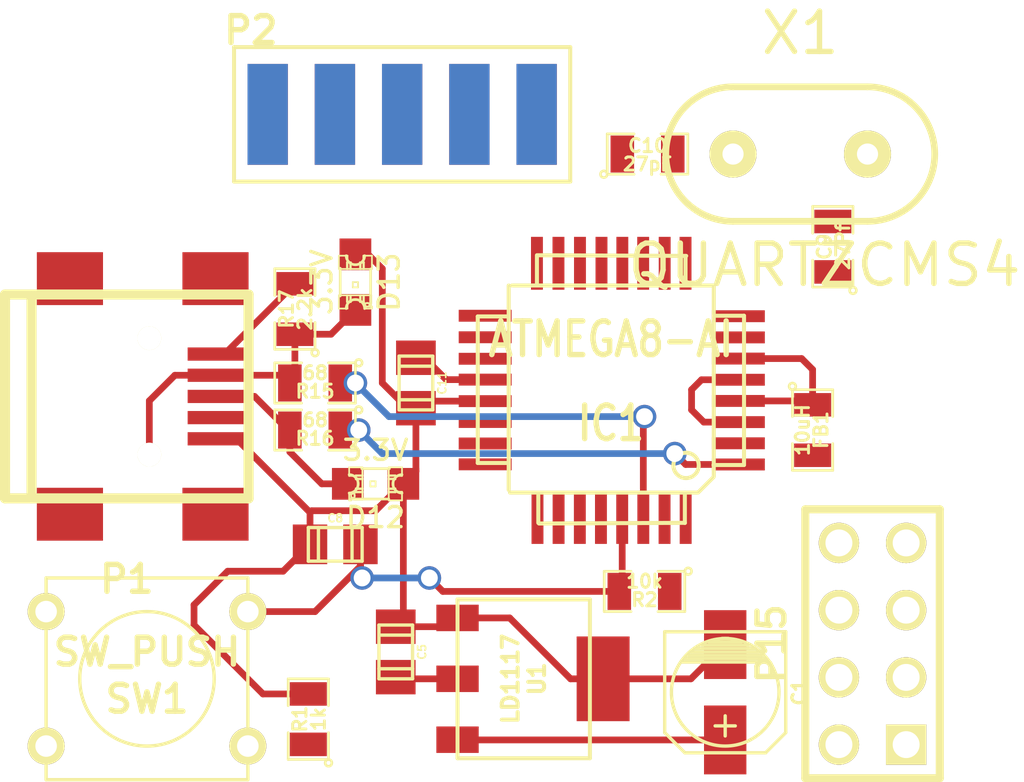
<source format=kicad_pcb>
(kicad_pcb (version 3) (host pcbnew "(2013-mar-13)-testing")

  (general
    (links 57)
    (no_connects 29)
    (area 142.783559 90.3224 184.2516 119.951501)
    (thickness 1.6)
    (drawings 0)
    (tracks 91)
    (zones 0)
    (modules 21)
    (nets 38)
  )

  (page A4)
  (layers
    (15 F.Cu signal)
    (0 B.Cu signal)
    (16 B.Adhes user)
    (17 F.Adhes user)
    (18 B.Paste user)
    (19 F.Paste user)
    (20 B.SilkS user)
    (21 F.SilkS user)
    (22 B.Mask user)
    (23 F.Mask user)
    (24 Dwgs.User user)
    (25 Cmts.User user)
    (26 Eco1.User user)
    (27 Eco2.User user)
    (28 Edge.Cuts user)
  )

  (setup
    (last_trace_width 0.254)
    (trace_clearance 0.254)
    (zone_clearance 0.508)
    (zone_45_only no)
    (trace_min 0.254)
    (segment_width 0.2)
    (edge_width 0.15)
    (via_size 0.889)
    (via_drill 0.635)
    (via_min_size 0.889)
    (via_min_drill 0.508)
    (uvia_size 0.508)
    (uvia_drill 0.127)
    (uvias_allowed no)
    (uvia_min_size 0.508)
    (uvia_min_drill 0.127)
    (pcb_text_width 0.3)
    (pcb_text_size 1 1)
    (mod_edge_width 0.15)
    (mod_text_size 1 1)
    (mod_text_width 0.15)
    (pad_size 1 1)
    (pad_drill 0.6)
    (pad_to_mask_clearance 0)
    (aux_axis_origin 0 0)
    (visible_elements 7FFFFFFF)
    (pcbplotparams
      (layerselection 3178497)
      (usegerberextensions true)
      (excludeedgelayer true)
      (linewidth 0.150000)
      (plotframeref false)
      (viasonmask false)
      (mode 1)
      (useauxorigin false)
      (hpglpennumber 1)
      (hpglpenspeed 20)
      (hpglpendiameter 15)
      (hpglpenoverlay 2)
      (psnegative false)
      (psa4output false)
      (plotreference true)
      (plotvalue true)
      (plotothertext true)
      (plotinvisibletext false)
      (padsonsilk false)
      (subtractmaskfromsilk false)
      (outputformat 1)
      (mirror false)
      (drillshape 1)
      (scaleselection 1)
      (outputdirectory ""))
  )

  (net 0 "")
  (net 1 /3.3V)
  (net 2 /5V)
  (net 3 /ARef)
  (net 4 /AVcc)
  (net 5 /CE)
  (net 6 /CSN)
  (net 7 /Data+)
  (net 8 /Data-)
  (net 9 /IRQ)
  (net 10 /MISO)
  (net 11 /MOSI)
  (net 12 /RES)
  (net 13 /SCK)
  (net 14 GND)
  (net 15 N-0000011)
  (net 16 N-0000012)
  (net 17 N-0000015)
  (net 18 N-0000016)
  (net 19 N-0000017)
  (net 20 N-0000018)
  (net 21 N-0000019)
  (net 22 N-0000020)
  (net 23 N-0000021)
  (net 24 N-0000022)
  (net 25 N-0000023)
  (net 26 N-0000024)
  (net 27 N-0000026)
  (net 28 N-0000027)
  (net 29 N-0000028)
  (net 30 N-0000030)
  (net 31 N-0000031)
  (net 32 N-0000033)
  (net 33 N-0000035)
  (net 34 N-0000036)
  (net 35 N-000008)
  (net 36 VAA)
  (net 37 VCC)

  (net_class Default "To jest domyślna klasa połączeń."
    (clearance 0.254)
    (trace_width 0.254)
    (via_dia 0.889)
    (via_drill 0.635)
    (uvia_dia 0.508)
    (uvia_drill 0.127)
    (add_net "")
    (add_net /3.3V)
    (add_net /5V)
    (add_net /ARef)
    (add_net /AVcc)
    (add_net /CE)
    (add_net /CSN)
    (add_net /Data+)
    (add_net /Data-)
    (add_net /IRQ)
    (add_net /MISO)
    (add_net /MOSI)
    (add_net /RES)
    (add_net /SCK)
    (add_net GND)
    (add_net N-0000011)
    (add_net N-0000012)
    (add_net N-0000015)
    (add_net N-0000016)
    (add_net N-0000017)
    (add_net N-0000018)
    (add_net N-0000019)
    (add_net N-0000020)
    (add_net N-0000021)
    (add_net N-0000022)
    (add_net N-0000023)
    (add_net N-0000024)
    (add_net N-0000026)
    (add_net N-0000027)
    (add_net N-0000028)
    (add_net N-0000030)
    (add_net N-0000031)
    (add_net N-0000033)
    (add_net N-0000035)
    (add_net N-0000036)
    (add_net N-000008)
    (add_net VAA)
    (add_net VCC)
  )

  (module c_elec_4x5.7 (layer F.Cu) (tedit 49F5A3B0) (tstamp 523DE36A)
    (at 170.434 116.332 270)
    (descr "SMT capacitor, aluminium electrolytic, 4x5.7")
    (path /52001D4B)
    (fp_text reference C1 (at 0 -2.794 270) (layer F.SilkS)
      (effects (font (size 0.50038 0.50038) (thickness 0.11938)))
    )
    (fp_text value 0,33uF (at 0 2.794 270) (layer F.SilkS) hide
      (effects (font (size 0.50038 0.50038) (thickness 0.11938)))
    )
    (fp_line (start 1.651 0) (end 0.889 0) (layer F.SilkS) (width 0.127))
    (fp_line (start 1.27 -0.381) (end 1.27 0.381) (layer F.SilkS) (width 0.127))
    (fp_line (start 1.524 2.286) (end -2.286 2.286) (layer F.SilkS) (width 0.127))
    (fp_line (start 2.286 -1.524) (end 2.286 1.524) (layer F.SilkS) (width 0.127))
    (fp_line (start 1.524 2.286) (end 2.286 1.524) (layer F.SilkS) (width 0.127))
    (fp_line (start 1.524 -2.286) (end -2.286 -2.286) (layer F.SilkS) (width 0.127))
    (fp_line (start 1.524 -2.286) (end 2.286 -1.524) (layer F.SilkS) (width 0.127))
    (fp_line (start -2.032 0.127) (end -2.032 -0.127) (layer F.SilkS) (width 0.127))
    (fp_line (start -1.905 -0.635) (end -1.905 0.635) (layer F.SilkS) (width 0.127))
    (fp_line (start -1.778 0.889) (end -1.778 -0.889) (layer F.SilkS) (width 0.127))
    (fp_line (start -1.651 1.143) (end -1.651 -1.143) (layer F.SilkS) (width 0.127))
    (fp_line (start -1.524 -1.27) (end -1.524 1.27) (layer F.SilkS) (width 0.127))
    (fp_line (start -1.397 1.397) (end -1.397 -1.397) (layer F.SilkS) (width 0.127))
    (fp_line (start -1.27 -1.524) (end -1.27 1.524) (layer F.SilkS) (width 0.127))
    (fp_line (start -1.143 -1.651) (end -1.143 1.651) (layer F.SilkS) (width 0.127))
    (fp_circle (center 0 0) (end -2.032 0) (layer F.SilkS) (width 0.127))
    (fp_line (start -2.286 -2.286) (end -2.286 2.286) (layer F.SilkS) (width 0.127))
    (pad 1 smd rect (at 1.80086 0 270) (size 2.60096 1.6002)
      (layers F.Cu F.Paste F.Mask)
      (net 2 /5V)
    )
    (pad 2 smd rect (at -1.80086 0 270) (size 2.60096 1.6002)
      (layers F.Cu F.Paste F.Mask)
      (net 14 GND)
    )
    (model smd/capacitors/c_elec_4x5_7.wrl
      (at (xyz 0 0 0))
      (scale (xyz 1 1 1))
      (rotate (xyz 0 0 0))
    )
  )

  (module c_0805 (layer F.Cu) (tedit 49047394) (tstamp 523DE376)
    (at 157.988 114.808 270)
    (descr "SMT capacitor, 0805")
    (path /52001FC8)
    (fp_text reference C5 (at 0 -0.9906 270) (layer F.SilkS)
      (effects (font (size 0.29972 0.29972) (thickness 0.06096)))
    )
    (fp_text value 0,1uF (at 0 0.9906 270) (layer F.SilkS) hide
      (effects (font (size 0.29972 0.29972) (thickness 0.06096)))
    )
    (fp_line (start 0.635 -0.635) (end 0.635 0.635) (layer F.SilkS) (width 0.127))
    (fp_line (start -0.635 -0.635) (end -0.635 0.6096) (layer F.SilkS) (width 0.127))
    (fp_line (start -1.016 -0.635) (end 1.016 -0.635) (layer F.SilkS) (width 0.127))
    (fp_line (start 1.016 -0.635) (end 1.016 0.635) (layer F.SilkS) (width 0.127))
    (fp_line (start 1.016 0.635) (end -1.016 0.635) (layer F.SilkS) (width 0.127))
    (fp_line (start -1.016 0.635) (end -1.016 -0.635) (layer F.SilkS) (width 0.127))
    (pad 1 smd rect (at 0.9525 0 270) (size 1.30048 1.4986)
      (layers F.Cu F.Paste F.Mask)
      (net 1 /3.3V)
    )
    (pad 2 smd rect (at -0.9525 0 270) (size 1.30048 1.4986)
      (layers F.Cu F.Paste F.Mask)
      (net 14 GND)
    )
    (model smd/capacitors/c_0805.wrl
      (at (xyz 0 0 0))
      (scale (xyz 1 1 1))
      (rotate (xyz 0 0 0))
    )
  )

  (module c_0805 (layer F.Cu) (tedit 49047394) (tstamp 523DE382)
    (at 155.702 110.744)
    (descr "SMT capacitor, 0805")
    (path /52000E53)
    (fp_text reference C8 (at 0 -0.9906) (layer F.SilkS)
      (effects (font (size 0.29972 0.29972) (thickness 0.06096)))
    )
    (fp_text value 100nF (at 0 0.9906) (layer F.SilkS) hide
      (effects (font (size 0.29972 0.29972) (thickness 0.06096)))
    )
    (fp_line (start 0.635 -0.635) (end 0.635 0.635) (layer F.SilkS) (width 0.127))
    (fp_line (start -0.635 -0.635) (end -0.635 0.6096) (layer F.SilkS) (width 0.127))
    (fp_line (start -1.016 -0.635) (end 1.016 -0.635) (layer F.SilkS) (width 0.127))
    (fp_line (start 1.016 -0.635) (end 1.016 0.635) (layer F.SilkS) (width 0.127))
    (fp_line (start 1.016 0.635) (end -1.016 0.635) (layer F.SilkS) (width 0.127))
    (fp_line (start -1.016 0.635) (end -1.016 -0.635) (layer F.SilkS) (width 0.127))
    (pad 1 smd rect (at 0.9525 0) (size 1.30048 1.4986)
      (layers F.Cu F.Paste F.Mask)
      (net 12 /RES)
    )
    (pad 2 smd rect (at -0.9525 0) (size 1.30048 1.4986)
      (layers F.Cu F.Paste F.Mask)
      (net 14 GND)
    )
    (model smd/capacitors/c_0805.wrl
      (at (xyz 0 0 0))
      (scale (xyz 1 1 1))
      (rotate (xyz 0 0 0))
    )
  )

  (module SM0805 (layer F.Cu) (tedit 5091495C) (tstamp 523DE38F)
    (at 174.5 99.5 90)
    (path /52000F74)
    (attr smd)
    (fp_text reference C9 (at 0 -0.3175 90) (layer F.SilkS)
      (effects (font (size 0.50038 0.50038) (thickness 0.10922)))
    )
    (fp_text value 27Pf (at 0 0.381 90) (layer F.SilkS)
      (effects (font (size 0.50038 0.50038) (thickness 0.10922)))
    )
    (fp_circle (center -1.651 0.762) (end -1.651 0.635) (layer F.SilkS) (width 0.09906))
    (fp_line (start -0.508 0.762) (end -1.524 0.762) (layer F.SilkS) (width 0.09906))
    (fp_line (start -1.524 0.762) (end -1.524 -0.762) (layer F.SilkS) (width 0.09906))
    (fp_line (start -1.524 -0.762) (end -0.508 -0.762) (layer F.SilkS) (width 0.09906))
    (fp_line (start 0.508 -0.762) (end 1.524 -0.762) (layer F.SilkS) (width 0.09906))
    (fp_line (start 1.524 -0.762) (end 1.524 0.762) (layer F.SilkS) (width 0.09906))
    (fp_line (start 1.524 0.762) (end 0.508 0.762) (layer F.SilkS) (width 0.09906))
    (pad 1 smd rect (at -0.9525 0 90) (size 0.889 1.397)
      (layers F.Cu F.Paste F.Mask)
      (net 14 GND)
    )
    (pad 2 smd rect (at 0.9525 0 90) (size 0.889 1.397)
      (layers F.Cu F.Paste F.Mask)
      (net 30 N-0000030)
    )
    (model smd/chip_cms.wrl
      (at (xyz 0 0 0))
      (scale (xyz 0.1 0.1 0.1))
      (rotate (xyz 0 0 0))
    )
  )

  (module SM0805 (layer F.Cu) (tedit 5091495C) (tstamp 523DE39C)
    (at 167.5 96)
    (path /52000F83)
    (attr smd)
    (fp_text reference C10 (at 0 -0.3175) (layer F.SilkS)
      (effects (font (size 0.50038 0.50038) (thickness 0.10922)))
    )
    (fp_text value 27pF (at 0 0.381) (layer F.SilkS)
      (effects (font (size 0.50038 0.50038) (thickness 0.10922)))
    )
    (fp_circle (center -1.651 0.762) (end -1.651 0.635) (layer F.SilkS) (width 0.09906))
    (fp_line (start -0.508 0.762) (end -1.524 0.762) (layer F.SilkS) (width 0.09906))
    (fp_line (start -1.524 0.762) (end -1.524 -0.762) (layer F.SilkS) (width 0.09906))
    (fp_line (start -1.524 -0.762) (end -0.508 -0.762) (layer F.SilkS) (width 0.09906))
    (fp_line (start 0.508 -0.762) (end 1.524 -0.762) (layer F.SilkS) (width 0.09906))
    (fp_line (start 1.524 -0.762) (end 1.524 0.762) (layer F.SilkS) (width 0.09906))
    (fp_line (start 1.524 0.762) (end 0.508 0.762) (layer F.SilkS) (width 0.09906))
    (pad 1 smd rect (at -0.9525 0) (size 0.889 1.397)
      (layers F.Cu F.Paste F.Mask)
      (net 14 GND)
    )
    (pad 2 smd rect (at 0.9525 0) (size 0.889 1.397)
      (layers F.Cu F.Paste F.Mask)
      (net 31 N-0000031)
    )
    (model smd/chip_cms.wrl
      (at (xyz 0 0 0))
      (scale (xyz 0.1 0.1 0.1))
      (rotate (xyz 0 0 0))
    )
  )

  (module c_0805 (layer F.Cu) (tedit 49047394) (tstamp 523DE3A8)
    (at 158.75 104.648 270)
    (descr "SMT capacitor, 0805")
    (path /520013BB)
    (fp_text reference C11 (at 0 -0.9906 270) (layer F.SilkS)
      (effects (font (size 0.29972 0.29972) (thickness 0.06096)))
    )
    (fp_text value C (at 0 0.9906 270) (layer F.SilkS) hide
      (effects (font (size 0.29972 0.29972) (thickness 0.06096)))
    )
    (fp_line (start 0.635 -0.635) (end 0.635 0.635) (layer F.SilkS) (width 0.127))
    (fp_line (start -0.635 -0.635) (end -0.635 0.6096) (layer F.SilkS) (width 0.127))
    (fp_line (start -1.016 -0.635) (end 1.016 -0.635) (layer F.SilkS) (width 0.127))
    (fp_line (start 1.016 -0.635) (end 1.016 0.635) (layer F.SilkS) (width 0.127))
    (fp_line (start 1.016 0.635) (end -1.016 0.635) (layer F.SilkS) (width 0.127))
    (fp_line (start -1.016 0.635) (end -1.016 -0.635) (layer F.SilkS) (width 0.127))
    (pad 1 smd rect (at 0.9525 0 270) (size 1.30048 1.4986)
      (layers F.Cu F.Paste F.Mask)
      (net 14 GND)
    )
    (pad 2 smd rect (at -0.9525 0 270) (size 1.30048 1.4986)
      (layers F.Cu F.Paste F.Mask)
      (net 3 /ARef)
    )
    (model smd/capacitors/c_0805.wrl
      (at (xyz 0 0 0))
      (scale (xyz 1 1 1))
      (rotate (xyz 0 0 0))
    )
  )

  (module LED-0805 (layer F.Cu) (tedit 49DC4C0B) (tstamp 523DE3E3)
    (at 157.226 108.458 180)
    (descr "LED 0805 smd package")
    (tags "LED 0805 SMD")
    (path /520959E4)
    (attr smd)
    (fp_text reference D12 (at 0 -1.27 180) (layer F.SilkS)
      (effects (font (size 0.762 0.762) (thickness 0.127)))
    )
    (fp_text value 3.3V (at 0 1.27 180) (layer F.SilkS)
      (effects (font (size 0.762 0.762) (thickness 0.127)))
    )
    (fp_line (start 0.49784 0.29972) (end 0.49784 0.62484) (layer F.SilkS) (width 0.06604))
    (fp_line (start 0.49784 0.62484) (end 0.99822 0.62484) (layer F.SilkS) (width 0.06604))
    (fp_line (start 0.99822 0.29972) (end 0.99822 0.62484) (layer F.SilkS) (width 0.06604))
    (fp_line (start 0.49784 0.29972) (end 0.99822 0.29972) (layer F.SilkS) (width 0.06604))
    (fp_line (start 0.49784 -0.32258) (end 0.49784 -0.17272) (layer F.SilkS) (width 0.06604))
    (fp_line (start 0.49784 -0.17272) (end 0.7493 -0.17272) (layer F.SilkS) (width 0.06604))
    (fp_line (start 0.7493 -0.32258) (end 0.7493 -0.17272) (layer F.SilkS) (width 0.06604))
    (fp_line (start 0.49784 -0.32258) (end 0.7493 -0.32258) (layer F.SilkS) (width 0.06604))
    (fp_line (start 0.49784 0.17272) (end 0.49784 0.32258) (layer F.SilkS) (width 0.06604))
    (fp_line (start 0.49784 0.32258) (end 0.7493 0.32258) (layer F.SilkS) (width 0.06604))
    (fp_line (start 0.7493 0.17272) (end 0.7493 0.32258) (layer F.SilkS) (width 0.06604))
    (fp_line (start 0.49784 0.17272) (end 0.7493 0.17272) (layer F.SilkS) (width 0.06604))
    (fp_line (start 0.49784 -0.19812) (end 0.49784 0.19812) (layer F.SilkS) (width 0.06604))
    (fp_line (start 0.49784 0.19812) (end 0.6731 0.19812) (layer F.SilkS) (width 0.06604))
    (fp_line (start 0.6731 -0.19812) (end 0.6731 0.19812) (layer F.SilkS) (width 0.06604))
    (fp_line (start 0.49784 -0.19812) (end 0.6731 -0.19812) (layer F.SilkS) (width 0.06604))
    (fp_line (start -0.99822 0.29972) (end -0.99822 0.62484) (layer F.SilkS) (width 0.06604))
    (fp_line (start -0.99822 0.62484) (end -0.49784 0.62484) (layer F.SilkS) (width 0.06604))
    (fp_line (start -0.49784 0.29972) (end -0.49784 0.62484) (layer F.SilkS) (width 0.06604))
    (fp_line (start -0.99822 0.29972) (end -0.49784 0.29972) (layer F.SilkS) (width 0.06604))
    (fp_line (start -0.99822 -0.62484) (end -0.99822 -0.29972) (layer F.SilkS) (width 0.06604))
    (fp_line (start -0.99822 -0.29972) (end -0.49784 -0.29972) (layer F.SilkS) (width 0.06604))
    (fp_line (start -0.49784 -0.62484) (end -0.49784 -0.29972) (layer F.SilkS) (width 0.06604))
    (fp_line (start -0.99822 -0.62484) (end -0.49784 -0.62484) (layer F.SilkS) (width 0.06604))
    (fp_line (start -0.7493 0.17272) (end -0.7493 0.32258) (layer F.SilkS) (width 0.06604))
    (fp_line (start -0.7493 0.32258) (end -0.49784 0.32258) (layer F.SilkS) (width 0.06604))
    (fp_line (start -0.49784 0.17272) (end -0.49784 0.32258) (layer F.SilkS) (width 0.06604))
    (fp_line (start -0.7493 0.17272) (end -0.49784 0.17272) (layer F.SilkS) (width 0.06604))
    (fp_line (start -0.7493 -0.32258) (end -0.7493 -0.17272) (layer F.SilkS) (width 0.06604))
    (fp_line (start -0.7493 -0.17272) (end -0.49784 -0.17272) (layer F.SilkS) (width 0.06604))
    (fp_line (start -0.49784 -0.32258) (end -0.49784 -0.17272) (layer F.SilkS) (width 0.06604))
    (fp_line (start -0.7493 -0.32258) (end -0.49784 -0.32258) (layer F.SilkS) (width 0.06604))
    (fp_line (start -0.6731 -0.19812) (end -0.6731 0.19812) (layer F.SilkS) (width 0.06604))
    (fp_line (start -0.6731 0.19812) (end -0.49784 0.19812) (layer F.SilkS) (width 0.06604))
    (fp_line (start -0.49784 -0.19812) (end -0.49784 0.19812) (layer F.SilkS) (width 0.06604))
    (fp_line (start -0.6731 -0.19812) (end -0.49784 -0.19812) (layer F.SilkS) (width 0.06604))
    (fp_line (start 0 -0.09906) (end 0 0.09906) (layer F.SilkS) (width 0.06604))
    (fp_line (start 0 0.09906) (end 0.19812 0.09906) (layer F.SilkS) (width 0.06604))
    (fp_line (start 0.19812 -0.09906) (end 0.19812 0.09906) (layer F.SilkS) (width 0.06604))
    (fp_line (start 0 -0.09906) (end 0.19812 -0.09906) (layer F.SilkS) (width 0.06604))
    (fp_line (start 0.49784 -0.59944) (end 0.49784 -0.29972) (layer F.SilkS) (width 0.06604))
    (fp_line (start 0.49784 -0.29972) (end 0.79756 -0.29972) (layer F.SilkS) (width 0.06604))
    (fp_line (start 0.79756 -0.59944) (end 0.79756 -0.29972) (layer F.SilkS) (width 0.06604))
    (fp_line (start 0.49784 -0.59944) (end 0.79756 -0.59944) (layer F.SilkS) (width 0.06604))
    (fp_line (start 0.92456 -0.62484) (end 0.92456 -0.39878) (layer F.SilkS) (width 0.06604))
    (fp_line (start 0.92456 -0.39878) (end 0.99822 -0.39878) (layer F.SilkS) (width 0.06604))
    (fp_line (start 0.99822 -0.62484) (end 0.99822 -0.39878) (layer F.SilkS) (width 0.06604))
    (fp_line (start 0.92456 -0.62484) (end 0.99822 -0.62484) (layer F.SilkS) (width 0.06604))
    (fp_line (start 0.52324 0.57404) (end -0.52324 0.57404) (layer F.SilkS) (width 0.1016))
    (fp_line (start -0.49784 -0.57404) (end 0.92456 -0.57404) (layer F.SilkS) (width 0.1016))
    (fp_circle (center 0.84836 -0.44958) (end 0.89916 -0.50038) (layer F.SilkS) (width 0.0508))
    (fp_arc (start 0.99822 0) (end 0.99822 0.34798) (angle 180) (layer F.SilkS) (width 0.1016))
    (fp_arc (start -0.99822 0) (end -0.99822 -0.34798) (angle 180) (layer F.SilkS) (width 0.1016))
    (pad 1 smd rect (at -1.04902 0 180) (size 1.19888 1.19888)
      (layers F.Cu F.Paste F.Mask)
      (net 14 GND)
    )
    (pad 2 smd rect (at 1.04902 0 180) (size 1.19888 1.19888)
      (layers F.Cu F.Paste F.Mask)
      (net 33 N-0000035)
    )
  )

  (module LED-0805 (layer F.Cu) (tedit 49DC4C0B) (tstamp 523DE41E)
    (at 156.464 100.838 270)
    (descr "LED 0805 smd package")
    (tags "LED 0805 SMD")
    (path /520959DE)
    (attr smd)
    (fp_text reference D13 (at 0 -1.27 270) (layer F.SilkS)
      (effects (font (size 0.762 0.762) (thickness 0.127)))
    )
    (fp_text value 3.3V (at 0 1.27 270) (layer F.SilkS)
      (effects (font (size 0.762 0.762) (thickness 0.127)))
    )
    (fp_line (start 0.49784 0.29972) (end 0.49784 0.62484) (layer F.SilkS) (width 0.06604))
    (fp_line (start 0.49784 0.62484) (end 0.99822 0.62484) (layer F.SilkS) (width 0.06604))
    (fp_line (start 0.99822 0.29972) (end 0.99822 0.62484) (layer F.SilkS) (width 0.06604))
    (fp_line (start 0.49784 0.29972) (end 0.99822 0.29972) (layer F.SilkS) (width 0.06604))
    (fp_line (start 0.49784 -0.32258) (end 0.49784 -0.17272) (layer F.SilkS) (width 0.06604))
    (fp_line (start 0.49784 -0.17272) (end 0.7493 -0.17272) (layer F.SilkS) (width 0.06604))
    (fp_line (start 0.7493 -0.32258) (end 0.7493 -0.17272) (layer F.SilkS) (width 0.06604))
    (fp_line (start 0.49784 -0.32258) (end 0.7493 -0.32258) (layer F.SilkS) (width 0.06604))
    (fp_line (start 0.49784 0.17272) (end 0.49784 0.32258) (layer F.SilkS) (width 0.06604))
    (fp_line (start 0.49784 0.32258) (end 0.7493 0.32258) (layer F.SilkS) (width 0.06604))
    (fp_line (start 0.7493 0.17272) (end 0.7493 0.32258) (layer F.SilkS) (width 0.06604))
    (fp_line (start 0.49784 0.17272) (end 0.7493 0.17272) (layer F.SilkS) (width 0.06604))
    (fp_line (start 0.49784 -0.19812) (end 0.49784 0.19812) (layer F.SilkS) (width 0.06604))
    (fp_line (start 0.49784 0.19812) (end 0.6731 0.19812) (layer F.SilkS) (width 0.06604))
    (fp_line (start 0.6731 -0.19812) (end 0.6731 0.19812) (layer F.SilkS) (width 0.06604))
    (fp_line (start 0.49784 -0.19812) (end 0.6731 -0.19812) (layer F.SilkS) (width 0.06604))
    (fp_line (start -0.99822 0.29972) (end -0.99822 0.62484) (layer F.SilkS) (width 0.06604))
    (fp_line (start -0.99822 0.62484) (end -0.49784 0.62484) (layer F.SilkS) (width 0.06604))
    (fp_line (start -0.49784 0.29972) (end -0.49784 0.62484) (layer F.SilkS) (width 0.06604))
    (fp_line (start -0.99822 0.29972) (end -0.49784 0.29972) (layer F.SilkS) (width 0.06604))
    (fp_line (start -0.99822 -0.62484) (end -0.99822 -0.29972) (layer F.SilkS) (width 0.06604))
    (fp_line (start -0.99822 -0.29972) (end -0.49784 -0.29972) (layer F.SilkS) (width 0.06604))
    (fp_line (start -0.49784 -0.62484) (end -0.49784 -0.29972) (layer F.SilkS) (width 0.06604))
    (fp_line (start -0.99822 -0.62484) (end -0.49784 -0.62484) (layer F.SilkS) (width 0.06604))
    (fp_line (start -0.7493 0.17272) (end -0.7493 0.32258) (layer F.SilkS) (width 0.06604))
    (fp_line (start -0.7493 0.32258) (end -0.49784 0.32258) (layer F.SilkS) (width 0.06604))
    (fp_line (start -0.49784 0.17272) (end -0.49784 0.32258) (layer F.SilkS) (width 0.06604))
    (fp_line (start -0.7493 0.17272) (end -0.49784 0.17272) (layer F.SilkS) (width 0.06604))
    (fp_line (start -0.7493 -0.32258) (end -0.7493 -0.17272) (layer F.SilkS) (width 0.06604))
    (fp_line (start -0.7493 -0.17272) (end -0.49784 -0.17272) (layer F.SilkS) (width 0.06604))
    (fp_line (start -0.49784 -0.32258) (end -0.49784 -0.17272) (layer F.SilkS) (width 0.06604))
    (fp_line (start -0.7493 -0.32258) (end -0.49784 -0.32258) (layer F.SilkS) (width 0.06604))
    (fp_line (start -0.6731 -0.19812) (end -0.6731 0.19812) (layer F.SilkS) (width 0.06604))
    (fp_line (start -0.6731 0.19812) (end -0.49784 0.19812) (layer F.SilkS) (width 0.06604))
    (fp_line (start -0.49784 -0.19812) (end -0.49784 0.19812) (layer F.SilkS) (width 0.06604))
    (fp_line (start -0.6731 -0.19812) (end -0.49784 -0.19812) (layer F.SilkS) (width 0.06604))
    (fp_line (start 0 -0.09906) (end 0 0.09906) (layer F.SilkS) (width 0.06604))
    (fp_line (start 0 0.09906) (end 0.19812 0.09906) (layer F.SilkS) (width 0.06604))
    (fp_line (start 0.19812 -0.09906) (end 0.19812 0.09906) (layer F.SilkS) (width 0.06604))
    (fp_line (start 0 -0.09906) (end 0.19812 -0.09906) (layer F.SilkS) (width 0.06604))
    (fp_line (start 0.49784 -0.59944) (end 0.49784 -0.29972) (layer F.SilkS) (width 0.06604))
    (fp_line (start 0.49784 -0.29972) (end 0.79756 -0.29972) (layer F.SilkS) (width 0.06604))
    (fp_line (start 0.79756 -0.59944) (end 0.79756 -0.29972) (layer F.SilkS) (width 0.06604))
    (fp_line (start 0.49784 -0.59944) (end 0.79756 -0.59944) (layer F.SilkS) (width 0.06604))
    (fp_line (start 0.92456 -0.62484) (end 0.92456 -0.39878) (layer F.SilkS) (width 0.06604))
    (fp_line (start 0.92456 -0.39878) (end 0.99822 -0.39878) (layer F.SilkS) (width 0.06604))
    (fp_line (start 0.99822 -0.62484) (end 0.99822 -0.39878) (layer F.SilkS) (width 0.06604))
    (fp_line (start 0.92456 -0.62484) (end 0.99822 -0.62484) (layer F.SilkS) (width 0.06604))
    (fp_line (start 0.52324 0.57404) (end -0.52324 0.57404) (layer F.SilkS) (width 0.1016))
    (fp_line (start -0.49784 -0.57404) (end 0.92456 -0.57404) (layer F.SilkS) (width 0.1016))
    (fp_circle (center 0.84836 -0.44958) (end 0.89916 -0.50038) (layer F.SilkS) (width 0.0508))
    (fp_arc (start 0.99822 0) (end 0.99822 0.34798) (angle 180) (layer F.SilkS) (width 0.1016))
    (fp_arc (start -0.99822 0) (end -0.99822 -0.34798) (angle 180) (layer F.SilkS) (width 0.1016))
    (pad 1 smd rect (at -1.04902 0 270) (size 1.19888 1.19888)
      (layers F.Cu F.Paste F.Mask)
      (net 14 GND)
    )
    (pad 2 smd rect (at 1.04902 0 270) (size 1.19888 1.19888)
      (layers F.Cu F.Paste F.Mask)
      (net 34 N-0000036)
    )
  )

  (module SM0805 (layer F.Cu) (tedit 5091495C) (tstamp 523DE42B)
    (at 173.736 106.426 270)
    (path /52001434)
    (attr smd)
    (fp_text reference FB1 (at 0 -0.3175 270) (layer F.SilkS)
      (effects (font (size 0.50038 0.50038) (thickness 0.10922)))
    )
    (fp_text value 10uH (at 0 0.381 270) (layer F.SilkS)
      (effects (font (size 0.50038 0.50038) (thickness 0.10922)))
    )
    (fp_circle (center -1.651 0.762) (end -1.651 0.635) (layer F.SilkS) (width 0.09906))
    (fp_line (start -0.508 0.762) (end -1.524 0.762) (layer F.SilkS) (width 0.09906))
    (fp_line (start -1.524 0.762) (end -1.524 -0.762) (layer F.SilkS) (width 0.09906))
    (fp_line (start -1.524 -0.762) (end -0.508 -0.762) (layer F.SilkS) (width 0.09906))
    (fp_line (start 0.508 -0.762) (end 1.524 -0.762) (layer F.SilkS) (width 0.09906))
    (fp_line (start 1.524 -0.762) (end 1.524 0.762) (layer F.SilkS) (width 0.09906))
    (fp_line (start 1.524 0.762) (end 0.508 0.762) (layer F.SilkS) (width 0.09906))
    (pad 1 smd rect (at -0.9525 0 270) (size 0.889 1.397)
      (layers F.Cu F.Paste F.Mask)
      (net 37 VCC)
    )
    (pad 2 smd rect (at 0.9525 0 270) (size 0.889 1.397)
      (layers F.Cu F.Paste F.Mask)
      (net 4 /AVcc)
    )
    (model smd/chip_cms.wrl
      (at (xyz 0 0 0))
      (scale (xyz 0.1 0.1 0.1))
      (rotate (xyz 0 0 0))
    )
  )

  (module TQFP32 (layer F.Cu) (tedit 43A670DA) (tstamp 523DE461)
    (at 166.116 104.902 180)
    (path /52000E35)
    (fp_text reference IC1 (at 0 -1.27 180) (layer F.SilkS)
      (effects (font (size 1.27 1.016) (thickness 0.2032)))
    )
    (fp_text value ATMEGA8-AI (at 0 1.905 180) (layer F.SilkS)
      (effects (font (size 1.27 1.016) (thickness 0.2032)))
    )
    (fp_line (start 5.0292 2.7686) (end 3.8862 2.7686) (layer F.SilkS) (width 0.1524))
    (fp_line (start 5.0292 -2.7686) (end 3.9116 -2.7686) (layer F.SilkS) (width 0.1524))
    (fp_line (start 5.0292 2.7686) (end 5.0292 -2.7686) (layer F.SilkS) (width 0.1524))
    (fp_line (start 2.794 3.9624) (end 2.794 5.0546) (layer F.SilkS) (width 0.1524))
    (fp_line (start -2.8194 3.9878) (end -2.8194 5.0546) (layer F.SilkS) (width 0.1524))
    (fp_line (start -2.8448 5.0546) (end 2.794 5.08) (layer F.SilkS) (width 0.1524))
    (fp_line (start -2.794 -5.0292) (end 2.7178 -5.0546) (layer F.SilkS) (width 0.1524))
    (fp_line (start -3.8862 -3.2766) (end -3.8862 3.9116) (layer F.SilkS) (width 0.1524))
    (fp_line (start 2.7432 -5.0292) (end 2.7432 -3.9878) (layer F.SilkS) (width 0.1524))
    (fp_line (start -3.2512 -3.8862) (end 3.81 -3.8862) (layer F.SilkS) (width 0.1524))
    (fp_line (start 3.8608 3.937) (end 3.8608 -3.7846) (layer F.SilkS) (width 0.1524))
    (fp_line (start -3.8862 3.937) (end 3.7338 3.937) (layer F.SilkS) (width 0.1524))
    (fp_line (start -5.0292 -2.8448) (end -5.0292 2.794) (layer F.SilkS) (width 0.1524))
    (fp_line (start -5.0292 2.794) (end -3.8862 2.794) (layer F.SilkS) (width 0.1524))
    (fp_line (start -3.87604 -3.302) (end -3.29184 -3.8862) (layer F.SilkS) (width 0.1524))
    (fp_line (start -5.02412 -2.8448) (end -3.87604 -2.8448) (layer F.SilkS) (width 0.1524))
    (fp_line (start -2.794 -3.8862) (end -2.794 -5.03428) (layer F.SilkS) (width 0.1524))
    (fp_circle (center -2.83972 -2.86004) (end -2.43332 -2.60604) (layer F.SilkS) (width 0.1524))
    (pad 8 smd rect (at -4.81584 2.77622 180) (size 1.99898 0.44958)
      (layers F.Cu F.Paste F.Mask)
      (net 31 N-0000031)
    )
    (pad 7 smd rect (at -4.81584 1.97612 180) (size 1.99898 0.44958)
      (layers F.Cu F.Paste F.Mask)
      (net 30 N-0000030)
    )
    (pad 6 smd rect (at -4.81584 1.17602 180) (size 1.99898 0.44958)
      (layers F.Cu F.Paste F.Mask)
      (net 37 VCC)
    )
    (pad 5 smd rect (at -4.81584 0.37592 180) (size 1.99898 0.44958)
      (layers F.Cu F.Paste F.Mask)
      (net 14 GND)
    )
    (pad 4 smd rect (at -4.81584 -0.42418 180) (size 1.99898 0.44958)
      (layers F.Cu F.Paste F.Mask)
      (net 37 VCC)
    )
    (pad 3 smd rect (at -4.81584 -1.22428 180) (size 1.99898 0.44958)
      (layers F.Cu F.Paste F.Mask)
      (net 14 GND)
    )
    (pad 2 smd rect (at -4.81584 -2.02438 180) (size 1.99898 0.44958)
      (layers F.Cu F.Paste F.Mask)
      (net 19 N-0000017)
    )
    (pad 1 smd rect (at -4.81584 -2.82448 180) (size 1.99898 0.44958)
      (layers F.Cu F.Paste F.Mask)
      (net 7 /Data+)
    )
    (pad 24 smd rect (at 4.7498 -2.8194 180) (size 1.99898 0.44958)
      (layers F.Cu F.Paste F.Mask)
      (net 27 N-0000026)
    )
    (pad 17 smd rect (at 4.7498 2.794 180) (size 1.99898 0.44958)
      (layers F.Cu F.Paste F.Mask)
      (net 13 /SCK)
    )
    (pad 18 smd rect (at 4.7498 1.9812 180) (size 1.99898 0.44958)
      (layers F.Cu F.Paste F.Mask)
      (net 4 /AVcc)
    )
    (pad 19 smd rect (at 4.7498 1.1684 180) (size 1.99898 0.44958)
      (layers F.Cu F.Paste F.Mask)
      (net 23 N-0000021)
    )
    (pad 20 smd rect (at 4.7498 0.381 180) (size 1.99898 0.44958)
      (layers F.Cu F.Paste F.Mask)
      (net 3 /ARef)
    )
    (pad 21 smd rect (at 4.7498 -0.4318 180) (size 1.99898 0.44958)
      (layers F.Cu F.Paste F.Mask)
      (net 14 GND)
    )
    (pad 22 smd rect (at 4.7498 -1.2192 180) (size 1.99898 0.44958)
      (layers F.Cu F.Paste F.Mask)
      (net 22 N-0000020)
    )
    (pad 23 smd rect (at 4.7498 -2.032 180) (size 1.99898 0.44958)
      (layers F.Cu F.Paste F.Mask)
      (net 28 N-0000027)
    )
    (pad 32 smd rect (at -2.82448 -4.826 180) (size 0.44958 1.99898)
      (layers F.Cu F.Paste F.Mask)
      (net 9 /IRQ)
    )
    (pad 31 smd rect (at -2.02692 -4.826 180) (size 0.44958 1.99898)
      (layers F.Cu F.Paste F.Mask)
      (net 29 N-0000028)
    )
    (pad 30 smd rect (at -1.22428 -4.826 180) (size 0.44958 1.99898)
      (layers F.Cu F.Paste F.Mask)
      (net 8 /Data-)
    )
    (pad 29 smd rect (at -0.42672 -4.826 180) (size 0.44958 1.99898)
      (layers F.Cu F.Paste F.Mask)
      (net 12 /RES)
    )
    (pad 28 smd rect (at 0.37592 -4.826 180) (size 0.44958 1.99898)
      (layers F.Cu F.Paste F.Mask)
      (net 24 N-0000022)
    )
    (pad 27 smd rect (at 1.17348 -4.826 180) (size 0.44958 1.99898)
      (layers F.Cu F.Paste F.Mask)
      (net 25 N-0000023)
    )
    (pad 26 smd rect (at 1.97612 -4.826 180) (size 0.44958 1.99898)
      (layers F.Cu F.Paste F.Mask)
      (net 26 N-0000024)
    )
    (pad 25 smd rect (at 2.77368 -4.826 180) (size 0.44958 1.99898)
      (layers F.Cu F.Paste F.Mask)
      (net 18 N-0000016)
    )
    (pad 9 smd rect (at -2.8194 4.7752 180) (size 0.44958 1.99898)
      (layers F.Cu F.Paste F.Mask)
      (net 15 N-0000011)
    )
    (pad 10 smd rect (at -2.032 4.7752 180) (size 0.44958 1.99898)
      (layers F.Cu F.Paste F.Mask)
      (net 21 N-0000019)
    )
    (pad 11 smd rect (at -1.2192 4.7752 180) (size 0.44958 1.99898)
      (layers F.Cu F.Paste F.Mask)
      (net 20 N-0000018)
    )
    (pad 12 smd rect (at -0.4318 4.7752 180) (size 0.44958 1.99898)
      (layers F.Cu F.Paste F.Mask)
      (net 5 /CE)
    )
    (pad 13 smd rect (at 0.3556 4.7752 180) (size 0.44958 1.99898)
      (layers F.Cu F.Paste F.Mask)
      (net 6 /CSN)
    )
    (pad 14 smd rect (at 1.1684 4.7752 180) (size 0.44958 1.99898)
      (layers F.Cu F.Paste F.Mask)
      (net 16 N-0000012)
    )
    (pad 15 smd rect (at 1.9812 4.7752 180) (size 0.44958 1.99898)
      (layers F.Cu F.Paste F.Mask)
      (net 11 /MOSI)
    )
    (pad 16 smd rect (at 2.794 4.7752 180) (size 0.44958 1.99898)
      (layers F.Cu F.Paste F.Mask)
      (net 10 /MISO)
    )
    (model smd/tqfp32.wrl
      (at (xyz 0 0 0))
      (scale (xyz 1 1 1))
      (rotate (xyz 0 0 0))
    )
  )

  (module ISP_SMD (layer F.Cu) (tedit 5207FD8B) (tstamp 523DE481)
    (at 159.5 94.5 180)
    (descr "My ISP in smd for dual boards")
    (tags ISP)
    (path /523DEA56)
    (fp_text reference P2 (at 6.985 3.175 180) (layer F.SilkS)
      (effects (font (size 1.016 1.016) (thickness 0.2032)))
    )
    (fp_text value CONN_10 (at 0.635 -3.175 180) (layer F.SilkS) hide
      (effects (font (size 1.016 1.016) (thickness 0.2032)))
    )
    (fp_line (start -5.08 -2.54) (end 7.62 -2.54) (layer F.SilkS) (width 0.15))
    (fp_line (start 7.62 -2.54) (end 7.62 2.54) (layer F.SilkS) (width 0.15))
    (fp_line (start 7.62 2.54) (end -5.08 2.54) (layer F.SilkS) (width 0.15))
    (fp_line (start -5.08 2.54) (end -5.08 -2.54) (layer F.SilkS) (width 0.15))
    (pad 1 smd rect (at -3.81 0) (size 1.524 3.81)
      (layers B.Cu F.Paste F.Mask)
      (net 37 VCC)
    )
    (pad 2 smd rect (at 6.35 0) (size 1.524 3.81)
      (layers B.Cu F.Paste F.Mask)
      (net 14 GND)
    )
    (pad 3 smd rect (at 1.27 0) (size 1.524 3.81)
      (layers B.Cu F.Paste F.Mask)
      (net 14 GND)
    )
    (pad 4 smd rect (at 3.81 0) (size 1.524 3.81)
      (layers B.Cu F.Paste F.Mask)
      (net 14 GND)
    )
    (pad 5 smd rect (at -1.27 0) (size 1.524 3.81)
      (layers B.Cu F.Paste F.Mask)
      (net 14 GND)
    )
    (pad 6 smd rect (at 6.35 0) (size 1.524 3.81)
      (layers F.Cu F.Paste F.Mask)
      (net 10 /MISO)
    )
    (pad 7 smd rect (at 3.81 0) (size 1.524 3.81)
      (layers F.Cu F.Paste F.Mask)
      (net 13 /SCK)
    )
    (pad 8 smd rect (at 1.27 0) (size 1.524 3.81)
      (layers F.Cu F.Paste F.Mask)
      (net 12 /RES)
    )
    (pad 9 smd rect (at -1.27 0) (size 1.524 3.81)
      (layers F.Cu F.Paste F.Mask)
      (net 35 N-000008)
    )
    (pad 10 smd rect (at -3.81 0) (size 1.524 3.81)
      (layers F.Cu F.Paste F.Mask)
      (net 11 /MOSI)
    )
    (model pin_array/pins_array_5x2.wrl
      (at (xyz 0 0 0))
      (scale (xyz 1 1 1))
      (rotate (xyz 0 0 0))
    )
  )

  (module pin_array_4x2 (layer F.Cu) (tedit 3FAB90E6) (tstamp 523DE49A)
    (at 176 114.5 90)
    (descr "Double rangee de contacts 2 x 4 pins")
    (tags CONN)
    (path /520024E1)
    (fp_text reference P15 (at 0 -3.81 90) (layer F.SilkS)
      (effects (font (size 1.016 1.016) (thickness 0.2032)))
    )
    (fp_text value CONN_4X2 (at 0 3.81 90) (layer F.SilkS) hide
      (effects (font (size 1.016 1.016) (thickness 0.2032)))
    )
    (fp_line (start -5.08 -2.54) (end 5.08 -2.54) (layer F.SilkS) (width 0.3048))
    (fp_line (start 5.08 -2.54) (end 5.08 2.54) (layer F.SilkS) (width 0.3048))
    (fp_line (start 5.08 2.54) (end -5.08 2.54) (layer F.SilkS) (width 0.3048))
    (fp_line (start -5.08 2.54) (end -5.08 -2.54) (layer F.SilkS) (width 0.3048))
    (pad 1 thru_hole rect (at -3.81 1.27 90) (size 1.524 1.524) (drill 1.016)
      (layers *.Cu *.Mask F.SilkS)
      (net 14 GND)
    )
    (pad 2 thru_hole circle (at -3.81 -1.27 90) (size 1.524 1.524) (drill 1.016)
      (layers *.Cu *.Mask F.SilkS)
      (net 1 /3.3V)
    )
    (pad 3 thru_hole circle (at -1.27 1.27 90) (size 1.524 1.524) (drill 1.016)
      (layers *.Cu *.Mask F.SilkS)
      (net 5 /CE)
    )
    (pad 4 thru_hole circle (at -1.27 -1.27 90) (size 1.524 1.524) (drill 1.016)
      (layers *.Cu *.Mask F.SilkS)
      (net 6 /CSN)
    )
    (pad 5 thru_hole circle (at 1.27 1.27 90) (size 1.524 1.524) (drill 1.016)
      (layers *.Cu *.Mask F.SilkS)
      (net 13 /SCK)
    )
    (pad 6 thru_hole circle (at 1.27 -1.27 90) (size 1.524 1.524) (drill 1.016)
      (layers *.Cu *.Mask F.SilkS)
      (net 11 /MOSI)
    )
    (pad 7 thru_hole circle (at 3.81 1.27 90) (size 1.524 1.524) (drill 1.016)
      (layers *.Cu *.Mask F.SilkS)
      (net 10 /MISO)
    )
    (pad 8 thru_hole circle (at 3.81 -1.27 90) (size 1.524 1.524) (drill 1.016)
      (layers *.Cu *.Mask F.SilkS)
      (net 9 /IRQ)
    )
    (model pin_array/pins_array_4x2.wrl
      (at (xyz 0 0 0))
      (scale (xyz 1 1 1))
      (rotate (xyz 0 0 0))
    )
  )

  (module SM0805 (layer F.Cu) (tedit 5091495C) (tstamp 523DE4A7)
    (at 154.686 117.348 90)
    (path /52008A24)
    (attr smd)
    (fp_text reference R1 (at 0 -0.3175 90) (layer F.SilkS)
      (effects (font (size 0.50038 0.50038) (thickness 0.10922)))
    )
    (fp_text value 1k (at 0 0.381 90) (layer F.SilkS)
      (effects (font (size 0.50038 0.50038) (thickness 0.10922)))
    )
    (fp_circle (center -1.651 0.762) (end -1.651 0.635) (layer F.SilkS) (width 0.09906))
    (fp_line (start -0.508 0.762) (end -1.524 0.762) (layer F.SilkS) (width 0.09906))
    (fp_line (start -1.524 0.762) (end -1.524 -0.762) (layer F.SilkS) (width 0.09906))
    (fp_line (start -1.524 -0.762) (end -0.508 -0.762) (layer F.SilkS) (width 0.09906))
    (fp_line (start 0.508 -0.762) (end 1.524 -0.762) (layer F.SilkS) (width 0.09906))
    (fp_line (start 1.524 -0.762) (end 1.524 0.762) (layer F.SilkS) (width 0.09906))
    (fp_line (start 1.524 0.762) (end 0.508 0.762) (layer F.SilkS) (width 0.09906))
    (pad 1 smd rect (at -0.9525 0 90) (size 0.889 1.397)
      (layers F.Cu F.Paste F.Mask)
      (net 32 N-0000033)
    )
    (pad 2 smd rect (at 0.9525 0 90) (size 0.889 1.397)
      (layers F.Cu F.Paste F.Mask)
      (net 14 GND)
    )
    (model smd/chip_cms.wrl
      (at (xyz 0 0 0))
      (scale (xyz 0.1 0.1 0.1))
      (rotate (xyz 0 0 0))
    )
  )

  (module SM0805 (layer F.Cu) (tedit 5091495C) (tstamp 523DE4B4)
    (at 167.386 112.522 180)
    (path /52000E44)
    (attr smd)
    (fp_text reference R2 (at 0 -0.3175 180) (layer F.SilkS)
      (effects (font (size 0.50038 0.50038) (thickness 0.10922)))
    )
    (fp_text value 10k (at 0 0.381 180) (layer F.SilkS)
      (effects (font (size 0.50038 0.50038) (thickness 0.10922)))
    )
    (fp_circle (center -1.651 0.762) (end -1.651 0.635) (layer F.SilkS) (width 0.09906))
    (fp_line (start -0.508 0.762) (end -1.524 0.762) (layer F.SilkS) (width 0.09906))
    (fp_line (start -1.524 0.762) (end -1.524 -0.762) (layer F.SilkS) (width 0.09906))
    (fp_line (start -1.524 -0.762) (end -0.508 -0.762) (layer F.SilkS) (width 0.09906))
    (fp_line (start 0.508 -0.762) (end 1.524 -0.762) (layer F.SilkS) (width 0.09906))
    (fp_line (start 1.524 -0.762) (end 1.524 0.762) (layer F.SilkS) (width 0.09906))
    (fp_line (start 1.524 0.762) (end 0.508 0.762) (layer F.SilkS) (width 0.09906))
    (pad 1 smd rect (at -0.9525 0 180) (size 0.889 1.397)
      (layers F.Cu F.Paste F.Mask)
      (net 37 VCC)
    )
    (pad 2 smd rect (at 0.9525 0 180) (size 0.889 1.397)
      (layers F.Cu F.Paste F.Mask)
      (net 12 /RES)
    )
    (model smd/chip_cms.wrl
      (at (xyz 0 0 0))
      (scale (xyz 0.1 0.1 0.1))
      (rotate (xyz 0 0 0))
    )
  )

  (module SM0805 (layer F.Cu) (tedit 5091495C) (tstamp 523DE4C1)
    (at 154.94 104.648 180)
    (path /52080F72)
    (attr smd)
    (fp_text reference R15 (at 0 -0.3175 180) (layer F.SilkS)
      (effects (font (size 0.50038 0.50038) (thickness 0.10922)))
    )
    (fp_text value 68 (at 0 0.381 180) (layer F.SilkS)
      (effects (font (size 0.50038 0.50038) (thickness 0.10922)))
    )
    (fp_circle (center -1.651 0.762) (end -1.651 0.635) (layer F.SilkS) (width 0.09906))
    (fp_line (start -0.508 0.762) (end -1.524 0.762) (layer F.SilkS) (width 0.09906))
    (fp_line (start -1.524 0.762) (end -1.524 -0.762) (layer F.SilkS) (width 0.09906))
    (fp_line (start -1.524 -0.762) (end -0.508 -0.762) (layer F.SilkS) (width 0.09906))
    (fp_line (start 0.508 -0.762) (end 1.524 -0.762) (layer F.SilkS) (width 0.09906))
    (fp_line (start 1.524 -0.762) (end 1.524 0.762) (layer F.SilkS) (width 0.09906))
    (fp_line (start 1.524 0.762) (end 0.508 0.762) (layer F.SilkS) (width 0.09906))
    (pad 1 smd rect (at -0.9525 0 180) (size 0.889 1.397)
      (layers F.Cu F.Paste F.Mask)
      (net 8 /Data-)
    )
    (pad 2 smd rect (at 0.9525 0 180) (size 0.889 1.397)
      (layers F.Cu F.Paste F.Mask)
      (net 34 N-0000036)
    )
    (model smd/chip_cms.wrl
      (at (xyz 0 0 0))
      (scale (xyz 0.1 0.1 0.1))
      (rotate (xyz 0 0 0))
    )
  )

  (module SM0805 (layer F.Cu) (tedit 5091495C) (tstamp 523DE4CE)
    (at 154.94 106.426 180)
    (path /52080F7F)
    (attr smd)
    (fp_text reference R16 (at 0 -0.3175 180) (layer F.SilkS)
      (effects (font (size 0.50038 0.50038) (thickness 0.10922)))
    )
    (fp_text value 68 (at 0 0.381 180) (layer F.SilkS)
      (effects (font (size 0.50038 0.50038) (thickness 0.10922)))
    )
    (fp_circle (center -1.651 0.762) (end -1.651 0.635) (layer F.SilkS) (width 0.09906))
    (fp_line (start -0.508 0.762) (end -1.524 0.762) (layer F.SilkS) (width 0.09906))
    (fp_line (start -1.524 0.762) (end -1.524 -0.762) (layer F.SilkS) (width 0.09906))
    (fp_line (start -1.524 -0.762) (end -0.508 -0.762) (layer F.SilkS) (width 0.09906))
    (fp_line (start 0.508 -0.762) (end 1.524 -0.762) (layer F.SilkS) (width 0.09906))
    (fp_line (start 1.524 -0.762) (end 1.524 0.762) (layer F.SilkS) (width 0.09906))
    (fp_line (start 1.524 0.762) (end 0.508 0.762) (layer F.SilkS) (width 0.09906))
    (pad 1 smd rect (at -0.9525 0 180) (size 0.889 1.397)
      (layers F.Cu F.Paste F.Mask)
      (net 7 /Data+)
    )
    (pad 2 smd rect (at 0.9525 0 180) (size 0.889 1.397)
      (layers F.Cu F.Paste F.Mask)
      (net 33 N-0000035)
    )
    (model smd/chip_cms.wrl
      (at (xyz 0 0 0))
      (scale (xyz 0.1 0.1 0.1))
      (rotate (xyz 0 0 0))
    )
  )

  (module SM0805 (layer F.Cu) (tedit 5091495C) (tstamp 523DE4DB)
    (at 154.178 101.854 90)
    (path /5207FAEF)
    (attr smd)
    (fp_text reference R17 (at 0 -0.3175 90) (layer F.SilkS)
      (effects (font (size 0.50038 0.50038) (thickness 0.10922)))
    )
    (fp_text value 2.2k (at 0 0.381 90) (layer F.SilkS)
      (effects (font (size 0.50038 0.50038) (thickness 0.10922)))
    )
    (fp_circle (center -1.651 0.762) (end -1.651 0.635) (layer F.SilkS) (width 0.09906))
    (fp_line (start -0.508 0.762) (end -1.524 0.762) (layer F.SilkS) (width 0.09906))
    (fp_line (start -1.524 0.762) (end -1.524 -0.762) (layer F.SilkS) (width 0.09906))
    (fp_line (start -1.524 -0.762) (end -0.508 -0.762) (layer F.SilkS) (width 0.09906))
    (fp_line (start 0.508 -0.762) (end 1.524 -0.762) (layer F.SilkS) (width 0.09906))
    (fp_line (start 1.524 -0.762) (end 1.524 0.762) (layer F.SilkS) (width 0.09906))
    (fp_line (start 1.524 0.762) (end 0.508 0.762) (layer F.SilkS) (width 0.09906))
    (pad 1 smd rect (at -0.9525 0 90) (size 0.889 1.397)
      (layers F.Cu F.Paste F.Mask)
      (net 34 N-0000036)
    )
    (pad 2 smd rect (at 0.9525 0 90) (size 0.889 1.397)
      (layers F.Cu F.Paste F.Mask)
      (net 36 VAA)
    )
    (model smd/chip_cms.wrl
      (at (xyz 0 0 0))
      (scale (xyz 0.1 0.1 0.1))
      (rotate (xyz 0 0 0))
    )
  )

  (module SW_PUSH_SMALL (layer F.Cu) (tedit 46544DB3) (tstamp 523DE4E8)
    (at 148.59 115.824 180)
    (path /5200161B)
    (fp_text reference SW1 (at 0 -0.762 180) (layer F.SilkS)
      (effects (font (size 1.016 1.016) (thickness 0.2032)))
    )
    (fp_text value SW_PUSH (at 0 1.016 180) (layer F.SilkS)
      (effects (font (size 1.016 1.016) (thickness 0.2032)))
    )
    (fp_circle (center 0 0) (end 0 -2.54) (layer F.SilkS) (width 0.127))
    (fp_line (start -3.81 -3.81) (end 3.81 -3.81) (layer F.SilkS) (width 0.127))
    (fp_line (start 3.81 -3.81) (end 3.81 3.81) (layer F.SilkS) (width 0.127))
    (fp_line (start 3.81 3.81) (end -3.81 3.81) (layer F.SilkS) (width 0.127))
    (fp_line (start -3.81 -3.81) (end -3.81 3.81) (layer F.SilkS) (width 0.127))
    (pad 1 thru_hole circle (at 3.81 -2.54 180) (size 1.397 1.397) (drill 0.8128)
      (layers *.Cu *.Mask F.SilkS)
      (net 32 N-0000033)
    )
    (pad 2 thru_hole circle (at 3.81 2.54 180) (size 1.397 1.397) (drill 0.8128)
      (layers *.Cu *.Mask F.SilkS)
      (net 12 /RES)
    )
    (pad 1 thru_hole circle (at -3.81 -2.54 180) (size 1.397 1.397) (drill 0.8128)
      (layers *.Cu *.Mask F.SilkS)
      (net 32 N-0000033)
    )
    (pad 2 thru_hole circle (at -3.81 2.54 180) (size 1.397 1.397) (drill 0.8128)
      (layers *.Cu *.Mask F.SilkS)
      (net 12 /RES)
    )
  )

  (module sot223-ldo (layer F.Cu) (tedit 52307D9F) (tstamp 523DE4F4)
    (at 163.322 115.824 270)
    (path /523DE282)
    (fp_text reference U1 (at 0 0 270) (layer F.SilkS)
      (effects (font (size 0.6 0.6) (thickness 0.15)))
    )
    (fp_text value LD1117 (at 0 1 270) (layer F.SilkS)
      (effects (font (size 0.6 0.6) (thickness 0.15)))
    )
    (fp_line (start -3 -2) (end 3 -2) (layer F.SilkS) (width 0.15))
    (fp_line (start 3 -2) (end 3 3) (layer F.SilkS) (width 0.15))
    (fp_line (start 3 3) (end -3 3) (layer F.SilkS) (width 0.15))
    (fp_line (start -3 3) (end -3 -2) (layer F.SilkS) (width 0.15))
    (pad 1 smd rect (at 0 -2.5 270) (size 3.2 2)
      (layers F.Cu F.Paste F.Mask)
      (net 14 GND)
    )
    (pad 2 smd rect (at 0 3 270) (size 1 1.6)
      (layers F.Cu F.Paste F.Mask)
      (net 1 /3.3V)
    )
    (pad 3 smd rect (at 2.3 3 270) (size 1 1.6)
      (layers F.Cu F.Paste F.Mask)
      (net 2 /5V)
    )
    (pad 1 smd rect (at -2.3 3 270) (size 1 1.6)
      (layers F.Cu F.Paste F.Mask)
      (net 14 GND)
    )
  )

  (module quartz (layer F.Cu) (tedit 5209EE86) (tstamp 523DE4FE)
    (at 172 96)
    (descr "my footprint 4 quartz")
    (tags quartz)
    (path /52000F3F)
    (attr virtual)
    (fp_text reference X1 (at 1.27 -4.572) (layer F.SilkS)
      (effects (font (thickness 0.2032)))
    )
    (fp_text value QUARTZCMS4 (at 2.18186 4.191) (layer F.SilkS)
      (effects (font (thickness 0.2032)))
    )
    (fp_line (start -1.27 -2.54) (end 3.81 -2.54) (layer F.SilkS) (width 0.254))
    (fp_line (start -1.27 2.54) (end 3.81 2.54) (layer F.SilkS) (width 0.254))
    (fp_arc (start -1.27 0) (end -1.27 2.54) (angle 180) (layer F.SilkS) (width 0.254))
    (fp_arc (start 3.81 0) (end 3.81 -2.54) (angle 180) (layer F.SilkS) (width 0.254))
    (pad 1 thru_hole circle (at -1.27 0) (size 1.778 1.778) (drill 0.79756)
      (layers *.Cu F.Paste F.SilkS F.Mask)
      (net 31 N-0000031)
    )
    (pad 3 thru_hole circle (at 3.81 0) (size 1.778 1.778) (drill 0.79756)
      (layers *.Cu F.Paste F.SilkS F.Mask)
      (net 30 N-0000030)
    )
  )

  (module USB_MINI_B (layer F.Cu) (tedit 505F99F2) (tstamp 523DE830)
    (at 147.828 105.156)
    (descr "USB Mini-B 5-pin SMD connector")
    (tags "USB, Mini-B, connector")
    (path /522DC635)
    (fp_text reference P1 (at 0 6.90118) (layer F.SilkS)
      (effects (font (size 1.016 1.016) (thickness 0.2032)))
    )
    (fp_text value CONN_5 (at 0 -7.0993) (layer F.SilkS) hide
      (effects (font (size 1.016 1.016) (thickness 0.2032)))
    )
    (fp_line (start -3.59918 -3.85064) (end -3.59918 3.85064) (layer F.SilkS) (width 0.381))
    (fp_line (start -4.59994 -3.85064) (end -4.59994 3.85064) (layer F.SilkS) (width 0.381))
    (fp_line (start -4.59994 3.85064) (end 4.59994 3.85064) (layer F.SilkS) (width 0.381))
    (fp_line (start 4.59994 3.85064) (end 4.59994 -3.85064) (layer F.SilkS) (width 0.381))
    (fp_line (start 4.59994 -3.85064) (end -4.59994 -3.85064) (layer F.SilkS) (width 0.381))
    (pad 1 smd rect (at 3.44932 -1.6002) (size 2.30124 0.50038)
      (layers F.Cu F.Paste F.Mask)
      (net 36 VAA)
    )
    (pad 2 smd rect (at 3.44932 -0.8001) (size 2.30124 0.50038)
      (layers F.Cu F.Paste F.Mask)
      (net 34 N-0000036)
    )
    (pad 3 smd rect (at 3.44932 0) (size 2.30124 0.50038)
      (layers F.Cu F.Paste F.Mask)
      (net 33 N-0000035)
    )
    (pad 4 smd rect (at 3.44932 0.8001) (size 2.30124 0.50038)
      (layers F.Cu F.Paste F.Mask)
      (net 17 N-0000015)
    )
    (pad 5 smd rect (at 3.44932 1.6002) (size 2.30124 0.50038)
      (layers F.Cu F.Paste F.Mask)
      (net 14 GND)
    )
    (pad 6 smd rect (at 3.35026 -4.45008) (size 2.49936 1.99898)
      (layers F.Cu F.Paste F.Mask)
    )
    (pad 7 smd rect (at -2.14884 -4.45008) (size 2.49936 1.99898)
      (layers F.Cu F.Paste F.Mask)
    )
    (pad 8 smd rect (at 3.35026 4.45008) (size 2.49936 1.99898)
      (layers F.Cu F.Paste F.Mask)
    )
    (pad 9 smd rect (at -2.14884 4.45008) (size 2.49936 1.99898)
      (layers F.Cu F.Paste F.Mask)
    )
    (pad "" np_thru_hole circle (at 0.8509 -2.19964) (size 0.89916 0.89916) (drill 0.89916)
      (layers *.Cu *.Mask F.SilkS)
    )
    (pad 2 np_thru_hole circle (at 0.8509 2.19964) (size 0.89916 0.89916) (drill 0.89916)
      (layers *.Cu *.Mask F.SilkS)
      (net 34 N-0000036)
    )
  )

  (segment (start 160.322 115.824) (end 158.0515 115.824) (width 0.254) (layer F.Cu) (net 1))
  (segment (start 158.0515 115.824) (end 157.988 115.7605) (width 0.254) (layer F.Cu) (net 1) (tstamp 523DEEDC))
  (segment (start 170.434 118.13286) (end 160.33086 118.13286) (width 0.254) (layer F.Cu) (net 2))
  (segment (start 160.33086 118.13286) (end 160.322 118.124) (width 0.254) (layer F.Cu) (net 2) (tstamp 523DEED9))
  (segment (start 161.3662 104.521) (end 159.893 104.521) (width 0.254) (layer F.Cu) (net 3))
  (segment (start 159.0675 103.6955) (end 158.75 103.6955) (width 0.254) (layer F.Cu) (net 3) (tstamp 523DEE23))
  (segment (start 159.893 104.521) (end 159.0675 103.6955) (width 0.254) (layer F.Cu) (net 3) (tstamp 523DEE22))
  (segment (start 155.8925 106.426) (end 156.591 106.426) (width 0.254) (layer F.Cu) (net 7))
  (segment (start 168.94048 107.72648) (end 170.93184 107.72648) (width 0.254) (layer F.Cu) (net 7) (tstamp 523DEF12))
  (segment (start 168.529 107.315) (end 168.94048 107.72648) (width 0.254) (layer F.Cu) (net 7) (tstamp 523DEF11))
  (via (at 168.529 107.315) (size 0.889) (layers F.Cu B.Cu) (net 7))
  (segment (start 157.48 107.315) (end 168.529 107.315) (width 0.254) (layer B.Cu) (net 7) (tstamp 523DEF0F))
  (segment (start 156.591 106.426) (end 157.48 107.315) (width 0.254) (layer B.Cu) (net 7) (tstamp 523DEF0E))
  (via (at 156.591 106.426) (size 0.889) (layers F.Cu B.Cu) (net 7))
  (segment (start 155.8925 104.648) (end 156.464 104.648) (width 0.254) (layer F.Cu) (net 8))
  (segment (start 167.34028 105.96372) (end 167.34028 109.728) (width 0.254) (layer F.Cu) (net 8) (tstamp 523DEF07))
  (segment (start 167.386 105.918) (end 167.34028 105.96372) (width 0.254) (layer F.Cu) (net 8) (tstamp 523DEF06))
  (via (at 167.386 105.918) (size 0.889) (layers F.Cu B.Cu) (net 8))
  (segment (start 157.734 105.918) (end 167.386 105.918) (width 0.254) (layer B.Cu) (net 8) (tstamp 523DEF03))
  (segment (start 156.464 104.648) (end 157.734 105.918) (width 0.254) (layer B.Cu) (net 8) (tstamp 523DEF02))
  (via (at 156.464 104.648) (size 0.889) (layers F.Cu B.Cu) (net 8))
  (segment (start 156.6545 110.744) (end 156.6545 111.9505) (width 0.254) (layer F.Cu) (net 12))
  (segment (start 159.766 112.522) (end 166.4335 112.522) (width 0.254) (layer F.Cu) (net 12) (tstamp 523DEEEB))
  (segment (start 159.258 112.014) (end 159.766 112.522) (width 0.254) (layer F.Cu) (net 12) (tstamp 523DEEEA))
  (via (at 159.258 112.014) (size 0.889) (layers F.Cu B.Cu) (net 12))
  (segment (start 156.718 112.014) (end 159.258 112.014) (width 0.254) (layer B.Cu) (net 12) (tstamp 523DEEE7))
  (via (at 156.718 112.014) (size 0.889) (layers F.Cu B.Cu) (net 12))
  (segment (start 156.6545 111.9505) (end 156.718 112.014) (width 0.254) (layer F.Cu) (net 12) (tstamp 523DEEE5))
  (segment (start 166.54272 109.728) (end 166.54272 112.41278) (width 0.254) (layer F.Cu) (net 12))
  (segment (start 166.54272 112.41278) (end 166.4335 112.522) (width 0.254) (layer F.Cu) (net 12) (tstamp 523DEECB))
  (segment (start 156.6545 110.744) (end 156.6545 111.5695) (width 0.254) (layer F.Cu) (net 12))
  (segment (start 154.94 113.284) (end 152.4 113.284) (width 0.254) (layer F.Cu) (net 12) (tstamp 523DEE45))
  (segment (start 156.6545 111.5695) (end 154.94 113.284) (width 0.254) (layer F.Cu) (net 12) (tstamp 523DEE44))
  (segment (start 158.75 105.6005) (end 158.75 107.98302) (width 0.254) (layer F.Cu) (net 14))
  (segment (start 158.75 107.98302) (end 158.27502 108.458) (width 0.254) (layer F.Cu) (net 14) (tstamp 523DEEFD))
  (segment (start 154.686 116.3955) (end 152.9715 116.3955) (width 0.254) (layer F.Cu) (net 14))
  (segment (start 153.7335 111.76) (end 154.7495 110.744) (width 0.254) (layer F.Cu) (net 14) (tstamp 523DEEF5))
  (segment (start 151.638 111.76) (end 153.7335 111.76) (width 0.254) (layer F.Cu) (net 14) (tstamp 523DEEF3))
  (segment (start 150.368 113.03) (end 151.638 111.76) (width 0.254) (layer F.Cu) (net 14) (tstamp 523DEEF2))
  (segment (start 150.368 113.792) (end 150.368 113.03) (width 0.254) (layer F.Cu) (net 14) (tstamp 523DEEF0))
  (segment (start 152.9715 116.3955) (end 150.368 113.792) (width 0.254) (layer F.Cu) (net 14) (tstamp 523DEEEE))
  (segment (start 158.27502 108.458) (end 158.27502 113.56848) (width 0.254) (layer F.Cu) (net 14))
  (segment (start 158.27502 113.56848) (end 157.988 113.8555) (width 0.254) (layer F.Cu) (net 14) (tstamp 523DEEE2))
  (segment (start 157.988 113.8555) (end 159.9905 113.8555) (width 0.254) (layer F.Cu) (net 14))
  (segment (start 159.9905 113.8555) (end 160.322 113.524) (width 0.254) (layer F.Cu) (net 14) (tstamp 523DEEDF))
  (segment (start 165.822 115.824) (end 164.592 115.824) (width 0.254) (layer F.Cu) (net 14))
  (segment (start 162.292 113.524) (end 160.322 113.524) (width 0.254) (layer F.Cu) (net 14) (tstamp 523DEED5))
  (segment (start 164.592 115.824) (end 162.292 113.524) (width 0.254) (layer F.Cu) (net 14) (tstamp 523DEED3))
  (segment (start 165.822 115.824) (end 169.14114 115.824) (width 0.254) (layer F.Cu) (net 14))
  (segment (start 169.14114 115.824) (end 170.434 114.53114) (width 0.254) (layer F.Cu) (net 14) (tstamp 523DEECF))
  (segment (start 170.93184 104.52608) (end 169.53992 104.52608) (width 0.254) (layer F.Cu) (net 14))
  (segment (start 169.62628 106.12628) (end 170.93184 106.12628) (width 0.254) (layer F.Cu) (net 14) (tstamp 523DEEC3))
  (segment (start 169.164 105.664) (end 169.62628 106.12628) (width 0.254) (layer F.Cu) (net 14) (tstamp 523DEEC2))
  (segment (start 169.164 104.902) (end 169.164 105.664) (width 0.254) (layer F.Cu) (net 14) (tstamp 523DEEC1))
  (segment (start 169.53992 104.52608) (end 169.164 104.902) (width 0.254) (layer F.Cu) (net 14) (tstamp 523DEEC0))
  (segment (start 158.75 105.6005) (end 158.4325 105.6005) (width 0.254) (layer F.Cu) (net 14))
  (segment (start 156.93898 99.78898) (end 156.464 99.78898) (width 0.254) (layer F.Cu) (net 14) (tstamp 523DEE54))
  (segment (start 157.48 100.33) (end 156.93898 99.78898) (width 0.254) (layer F.Cu) (net 14) (tstamp 523DEE53))
  (segment (start 157.48 104.648) (end 157.48 100.33) (width 0.254) (layer F.Cu) (net 14) (tstamp 523DEE52))
  (segment (start 158.4325 105.6005) (end 157.48 104.648) (width 0.254) (layer F.Cu) (net 14) (tstamp 523DEE51))
  (segment (start 158.27502 108.458) (end 158.242 108.458) (width 0.254) (layer F.Cu) (net 14))
  (segment (start 158.242 108.458) (end 157.226 109.474) (width 0.254) (layer F.Cu) (net 14) (tstamp 523DEE49))
  (segment (start 157.226 109.474) (end 154.813 109.474) (width 0.254) (layer F.Cu) (net 14) (tstamp 523DEE4A))
  (segment (start 154.813 109.474) (end 154.7495 109.5375) (width 0.254) (layer F.Cu) (net 14) (tstamp 523DEE4C))
  (segment (start 154.7495 110.744) (end 154.7495 109.5375) (width 0.254) (layer F.Cu) (net 14))
  (segment (start 151.9682 106.7562) (end 151.27732 106.7562) (width 0.254) (layer F.Cu) (net 14) (tstamp 523DEE3C))
  (segment (start 154.7495 109.5375) (end 151.9682 106.7562) (width 0.254) (layer F.Cu) (net 14) (tstamp 523DEE3A))
  (segment (start 161.3662 105.3338) (end 159.0167 105.3338) (width 0.254) (layer F.Cu) (net 14))
  (segment (start 159.0167 105.3338) (end 158.75 105.6005) (width 0.254) (layer F.Cu) (net 14) (tstamp 523DEE27))
  (segment (start 153.9875 106.426) (end 153.9875 107.2515) (width 0.254) (layer F.Cu) (net 33))
  (segment (start 155.194 108.458) (end 156.17698 108.458) (width 0.254) (layer F.Cu) (net 33) (tstamp 523DEE40))
  (segment (start 153.9875 107.2515) (end 155.194 108.458) (width 0.254) (layer F.Cu) (net 33) (tstamp 523DEE3F))
  (segment (start 151.27732 105.156) (end 152.654 105.156) (width 0.254) (layer F.Cu) (net 33))
  (segment (start 153.924 106.426) (end 153.9875 106.426) (width 0.254) (layer F.Cu) (net 33) (tstamp 523DEE11))
  (segment (start 152.654 105.156) (end 153.924 106.426) (width 0.254) (layer F.Cu) (net 33) (tstamp 523DEE10))
  (segment (start 151.27732 104.3559) (end 149.6441 104.3559) (width 0.254) (layer F.Cu) (net 34))
  (segment (start 148.6789 105.3211) (end 148.6789 107.35564) (width 0.254) (layer F.Cu) (net 34) (tstamp 523DEE37))
  (segment (start 149.6441 104.3559) (end 148.6789 105.3211) (width 0.254) (layer F.Cu) (net 34) (tstamp 523DEE36))
  (segment (start 154.178 102.8065) (end 155.54452 102.8065) (width 0.254) (layer F.Cu) (net 34))
  (segment (start 155.54452 102.8065) (end 156.464 101.88702) (width 0.254) (layer F.Cu) (net 34) (tstamp 523DEE2B))
  (segment (start 151.27732 104.3559) (end 153.6954 104.3559) (width 0.254) (layer F.Cu) (net 34))
  (segment (start 153.6954 104.3559) (end 153.9875 104.648) (width 0.254) (layer F.Cu) (net 34) (tstamp 523DEE0D))
  (segment (start 154.178 102.8065) (end 154.178 104.4575) (width 0.254) (layer F.Cu) (net 34))
  (segment (start 154.178 104.4575) (end 153.9875 104.648) (width 0.254) (layer F.Cu) (net 34) (tstamp 523DEE0A))
  (segment (start 151.27732 103.5558) (end 151.5237 103.5558) (width 0.254) (layer F.Cu) (net 36))
  (segment (start 151.5237 103.5558) (end 154.178 100.9015) (width 0.254) (layer F.Cu) (net 36) (tstamp 523DEE07))
  (segment (start 170.93184 103.72598) (end 173.32198 103.72598) (width 0.254) (layer F.Cu) (net 37))
  (segment (start 173.736 104.14) (end 173.736 105.4735) (width 0.254) (layer F.Cu) (net 37) (tstamp 523DEEBD))
  (segment (start 173.32198 103.72598) (end 173.736 104.14) (width 0.254) (layer F.Cu) (net 37) (tstamp 523DEEBC))
  (segment (start 170.93184 105.32618) (end 173.58868 105.32618) (width 0.254) (layer F.Cu) (net 37))
  (segment (start 173.58868 105.32618) (end 173.736 105.4735) (width 0.254) (layer F.Cu) (net 37) (tstamp 523DEEB9))

)

</source>
